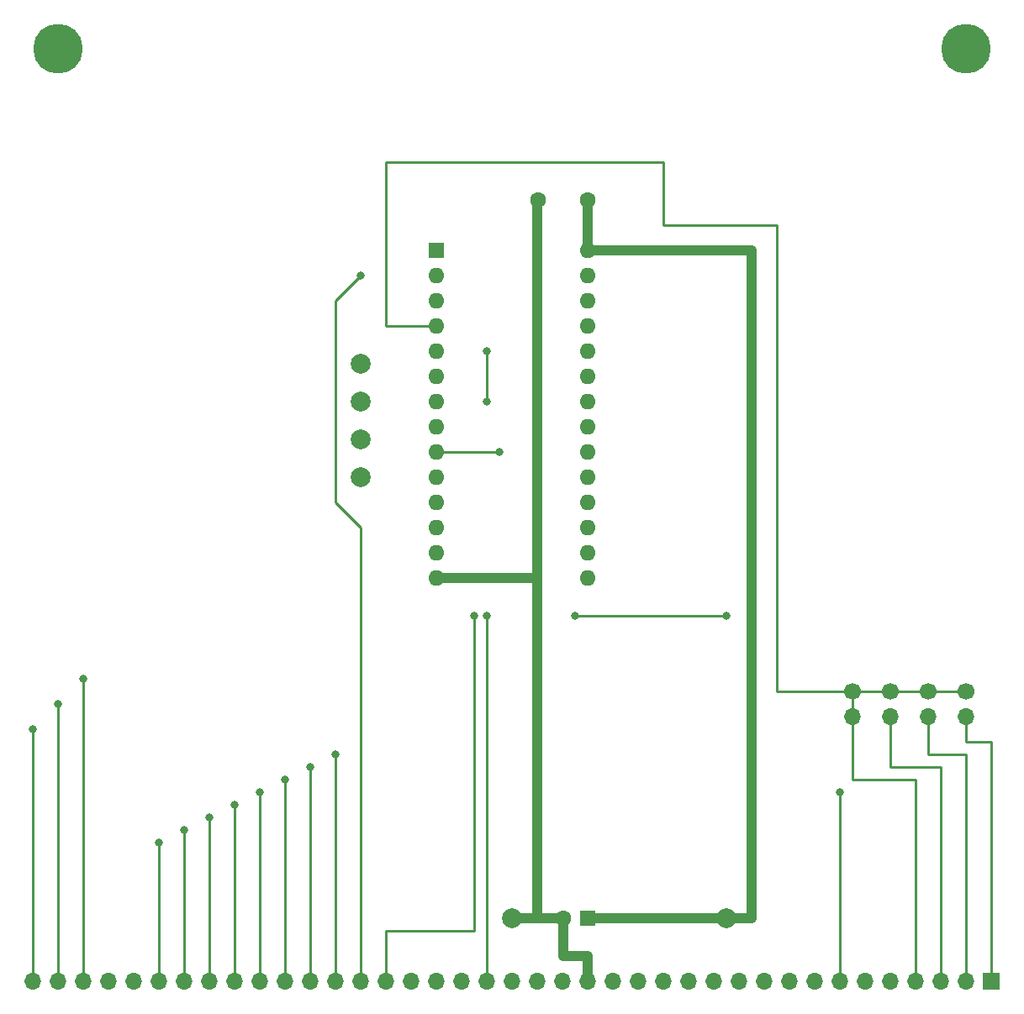
<source format=gbl>
G04 #@! TF.GenerationSoftware,KiCad,Pcbnew,(5.1.9)-1*
G04 #@! TF.CreationDate,2025-02-21T20:03:25+11:00*
G04 #@! TF.ProjectId,RC1802  Integer Math Coprocessor,52433138-3032-4202-9049-6e7465676572,A*
G04 #@! TF.SameCoordinates,Original*
G04 #@! TF.FileFunction,Copper,L2,Bot*
G04 #@! TF.FilePolarity,Positive*
%FSLAX46Y46*%
G04 Gerber Fmt 4.6, Leading zero omitted, Abs format (unit mm)*
G04 Created by KiCad (PCBNEW (5.1.9)-1) date 2025-02-21 20:03:25*
%MOMM*%
%LPD*%
G01*
G04 APERTURE LIST*
G04 #@! TA.AperFunction,ComponentPad*
%ADD10O,1.700000X1.700000*%
G04 #@! TD*
G04 #@! TA.AperFunction,ComponentPad*
%ADD11C,1.700000*%
G04 #@! TD*
G04 #@! TA.AperFunction,ComponentPad*
%ADD12C,2.000000*%
G04 #@! TD*
G04 #@! TA.AperFunction,ComponentPad*
%ADD13O,1.600000X1.600000*%
G04 #@! TD*
G04 #@! TA.AperFunction,ComponentPad*
%ADD14R,1.600000X1.600000*%
G04 #@! TD*
G04 #@! TA.AperFunction,ComponentPad*
%ADD15R,1.700000X1.700000*%
G04 #@! TD*
G04 #@! TA.AperFunction,ComponentPad*
%ADD16C,1.600000*%
G04 #@! TD*
G04 #@! TA.AperFunction,ComponentPad*
%ADD17C,5.000000*%
G04 #@! TD*
G04 #@! TA.AperFunction,ViaPad*
%ADD18C,0.800000*%
G04 #@! TD*
G04 #@! TA.AperFunction,Conductor*
%ADD19C,1.000000*%
G04 #@! TD*
G04 #@! TA.AperFunction,Conductor*
%ADD20C,0.250000*%
G04 #@! TD*
G04 APERTURE END LIST*
D10*
X198120000Y-109220000D03*
D11*
X198120000Y-106680000D03*
D10*
X201930000Y-109220000D03*
D11*
X201930000Y-106680000D03*
D10*
X194310000Y-109220000D03*
D11*
X194310000Y-106680000D03*
X190500000Y-106680000D03*
D10*
X190500000Y-109220000D03*
D12*
X140970000Y-85090000D03*
X140970000Y-77470000D03*
X140970000Y-81280000D03*
X140970000Y-73660000D03*
X156210000Y-129540000D03*
X177800000Y-129540000D03*
D13*
X163830000Y-62230000D03*
X148590000Y-95250000D03*
X163830000Y-64770000D03*
X148590000Y-92710000D03*
X163830000Y-67310000D03*
X148590000Y-90170000D03*
X163830000Y-69850000D03*
X148590000Y-87630000D03*
X163830000Y-72390000D03*
X148590000Y-85090000D03*
X163830000Y-74930000D03*
X148590000Y-82550000D03*
X163830000Y-77470000D03*
X148590000Y-80010000D03*
X163830000Y-80010000D03*
X148590000Y-77470000D03*
X163830000Y-82550000D03*
X148590000Y-74930000D03*
X163830000Y-85090000D03*
X148590000Y-72390000D03*
X163830000Y-87630000D03*
X148590000Y-69850000D03*
X163830000Y-90170000D03*
X148590000Y-67310000D03*
X163830000Y-92710000D03*
X148590000Y-64770000D03*
X163830000Y-95250000D03*
D14*
X148590000Y-62230000D03*
D10*
X107950000Y-135890000D03*
X110490000Y-135890000D03*
X113030000Y-135890000D03*
X115570000Y-135890000D03*
X118110000Y-135890000D03*
X120650000Y-135890000D03*
X123190000Y-135890000D03*
X125730000Y-135890000D03*
X128270000Y-135890000D03*
X130810000Y-135890000D03*
X133350000Y-135890000D03*
X135890000Y-135890000D03*
X138430000Y-135890000D03*
X140970000Y-135890000D03*
X143510000Y-135890000D03*
X146050000Y-135890000D03*
X148590000Y-135890000D03*
X151130000Y-135890000D03*
X153670000Y-135890000D03*
X156210000Y-135890000D03*
X158750000Y-135890000D03*
X161290000Y-135890000D03*
X163830000Y-135890000D03*
X166370000Y-135890000D03*
X168910000Y-135890000D03*
X171450000Y-135890000D03*
X173990000Y-135890000D03*
X176530000Y-135890000D03*
X179070000Y-135890000D03*
X181610000Y-135890000D03*
X184150000Y-135890000D03*
X186690000Y-135890000D03*
X189230000Y-135890000D03*
X191770000Y-135890000D03*
X194310000Y-135890000D03*
X196850000Y-135890000D03*
X199390000Y-135890000D03*
X201930000Y-135890000D03*
D15*
X204470000Y-135890000D03*
D16*
X161330000Y-129540000D03*
D14*
X163830000Y-129540000D03*
D17*
X201930000Y-41910000D03*
X110490000Y-41910000D03*
D16*
X158830000Y-57150000D03*
X163830000Y-57150000D03*
D18*
X189230000Y-116840000D03*
X154940000Y-82550000D03*
X162560000Y-99060000D03*
X177800000Y-99060000D03*
X153670000Y-99060000D03*
X152400000Y-99060000D03*
X140970000Y-64770000D03*
X138430000Y-113030000D03*
X135890000Y-114300000D03*
X133350000Y-115570000D03*
X130810000Y-116840000D03*
X128270000Y-118110000D03*
X125730000Y-119380000D03*
X123190000Y-120650000D03*
X120650000Y-121920000D03*
X113030000Y-105410000D03*
X110490000Y-107950000D03*
X107950000Y-110490000D03*
X153670000Y-77470000D03*
X153670000Y-72390000D03*
D19*
X163830000Y-57150000D02*
X163830000Y-62230000D01*
X172720000Y-62230000D02*
X163830000Y-62230000D01*
X180340000Y-62230000D02*
X172720000Y-62230000D01*
X163830000Y-129540000D02*
X180340000Y-129540000D01*
X180340000Y-62230000D02*
X180340000Y-129540000D01*
D20*
X158750000Y-57230000D02*
X158830000Y-57150000D01*
D19*
X158750000Y-95250000D02*
X158750000Y-57230000D01*
X148590000Y-95250000D02*
X158750000Y-95250000D01*
X158750000Y-129540000D02*
X161290000Y-129540000D01*
X158750000Y-95250000D02*
X158750000Y-129540000D01*
X161330000Y-129540000D02*
X161330000Y-133310000D01*
D20*
X161330000Y-133310000D02*
X161370000Y-133350000D01*
D19*
X161370000Y-133350000D02*
X163830000Y-133350000D01*
X163830000Y-133350000D02*
X163830000Y-135890000D01*
X156210000Y-129540000D02*
X158750000Y-129540000D01*
D20*
X204470000Y-114300000D02*
X204470000Y-135890000D01*
X204470000Y-111760000D02*
X204470000Y-114300000D01*
X201930000Y-111760000D02*
X204470000Y-111760000D01*
X201930000Y-109220000D02*
X201930000Y-111760000D01*
X201930000Y-115570000D02*
X201930000Y-135890000D01*
X198120000Y-109220000D02*
X198120000Y-113030000D01*
X198120000Y-113030000D02*
X201930000Y-113030000D01*
X201930000Y-113030000D02*
X201930000Y-115570000D01*
X194310000Y-109220000D02*
X194310000Y-113030000D01*
X199390000Y-116840000D02*
X199390000Y-114300000D01*
X194310000Y-114300000D02*
X199390000Y-114300000D01*
X199390000Y-116840000D02*
X199390000Y-119380000D01*
X199390000Y-119380000D02*
X199390000Y-135890000D01*
X194310000Y-113030000D02*
X194310000Y-114300000D01*
X189230000Y-118110000D02*
X189230000Y-135890000D01*
X148590000Y-82550000D02*
X154940000Y-82550000D01*
X189230000Y-116840000D02*
X189230000Y-118110000D01*
X162560000Y-99060000D02*
X171450000Y-99060000D01*
X171450000Y-99060000D02*
X171450000Y-99060000D01*
X171450000Y-99060000D02*
X177800000Y-99060000D01*
X153670000Y-99060000D02*
X153670000Y-99060000D01*
X153670000Y-135890000D02*
X153670000Y-116840000D01*
X153670000Y-99060000D02*
X153670000Y-116840000D01*
X143510000Y-135890000D02*
X143510000Y-130810000D01*
X143510000Y-130810000D02*
X152400000Y-130810000D01*
X152400000Y-130810000D02*
X152400000Y-116840000D01*
X152400000Y-99060000D02*
X152400000Y-99060000D01*
X152400000Y-99060000D02*
X152400000Y-116840000D01*
X140970000Y-64770000D02*
X140970000Y-64770000D01*
X138430000Y-67310000D02*
X138430000Y-87630000D01*
X138430000Y-87630000D02*
X140970000Y-90170000D01*
X140970000Y-64770000D02*
X138430000Y-67310000D01*
X140970000Y-90170000D02*
X140970000Y-135890000D01*
X138430000Y-113030000D02*
X138430000Y-135890000D01*
X135890000Y-114300000D02*
X135890000Y-135890000D01*
X133350000Y-115570000D02*
X133350000Y-135890000D01*
X130810000Y-116840000D02*
X130810000Y-135890000D01*
X128270000Y-118110000D02*
X128270000Y-135890000D01*
X125730000Y-119380000D02*
X125730000Y-135890000D01*
X123190000Y-120650000D02*
X123190000Y-135890000D01*
X120650000Y-121920000D02*
X120650000Y-135890000D01*
X113030000Y-105410000D02*
X113030000Y-135890000D01*
X110490000Y-119380000D02*
X110490000Y-135890000D01*
X110490000Y-119380000D02*
X110490000Y-107950000D01*
X107950000Y-124460000D02*
X107950000Y-110490000D01*
X107950000Y-135890000D02*
X107950000Y-124460000D01*
X153670000Y-72390000D02*
X153670000Y-76200000D01*
X153670000Y-76200000D02*
X153670000Y-77470000D01*
X196850000Y-118110000D02*
X196850000Y-135890000D01*
X182880000Y-59690000D02*
X182880000Y-106680000D01*
X143510000Y-69850000D02*
X148590000Y-69850000D01*
X171450000Y-59690000D02*
X182880000Y-59690000D01*
X143510000Y-53340000D02*
X143510000Y-69850000D01*
X171450000Y-53340000D02*
X143510000Y-53340000D01*
X171450000Y-59690000D02*
X171450000Y-53340000D01*
X190500000Y-106680000D02*
X190500000Y-109220000D01*
X182880000Y-106680000D02*
X190500000Y-106680000D01*
X190500000Y-106680000D02*
X194310000Y-106680000D01*
X194310000Y-106680000D02*
X198120000Y-106680000D01*
X198120000Y-106680000D02*
X201930000Y-106680000D01*
X190500000Y-109220000D02*
X190500000Y-115570000D01*
X190500000Y-115570000D02*
X196850000Y-115570000D01*
X196850000Y-115570000D02*
X196850000Y-118110000D01*
M02*

</source>
